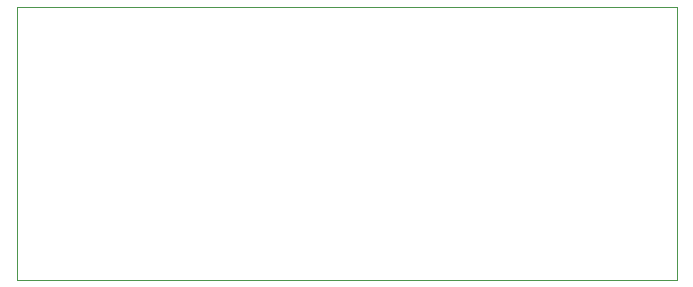
<source format=gm1>
G04 #@! TF.GenerationSoftware,KiCad,Pcbnew,7.0.6*
G04 #@! TF.CreationDate,2023-12-02T16:45:52-07:00*
G04 #@! TF.ProjectId,Temperature Senor Board V2 (2),54656d70-6572-4617-9475-72652053656e,rev?*
G04 #@! TF.SameCoordinates,Original*
G04 #@! TF.FileFunction,Profile,NP*
%FSLAX46Y46*%
G04 Gerber Fmt 4.6, Leading zero omitted, Abs format (unit mm)*
G04 Created by KiCad (PCBNEW 7.0.6) date 2023-12-02 16:45:52*
%MOMM*%
%LPD*%
G01*
G04 APERTURE LIST*
G04 #@! TA.AperFunction,Profile*
%ADD10C,0.050000*%
G04 #@! TD*
G04 APERTURE END LIST*
D10*
X119761000Y-76327000D02*
X175641000Y-76327000D01*
X175641000Y-99441000D01*
X119761000Y-99441000D01*
X119761000Y-76327000D01*
M02*

</source>
